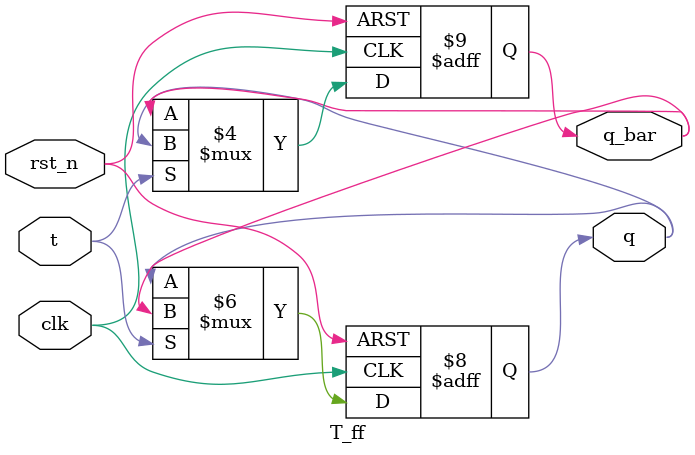
<source format=v>
`timescale 1ns/1ps

module T_ff(clk, rst_n, t, q, q_bar);
    input clk, rst_n, t;
    output reg q, q_bar;
    always @(posedge clk, negedge rst_n)
        if (!rst_n) begin
            q <= 1'b0;
            q_bar <= 1'b1;
        end
        else
        begin
            if (t == 1'b1) begin
                q <= q_bar;
                q_bar <= q;
            end
        end       
endmodule
</source>
